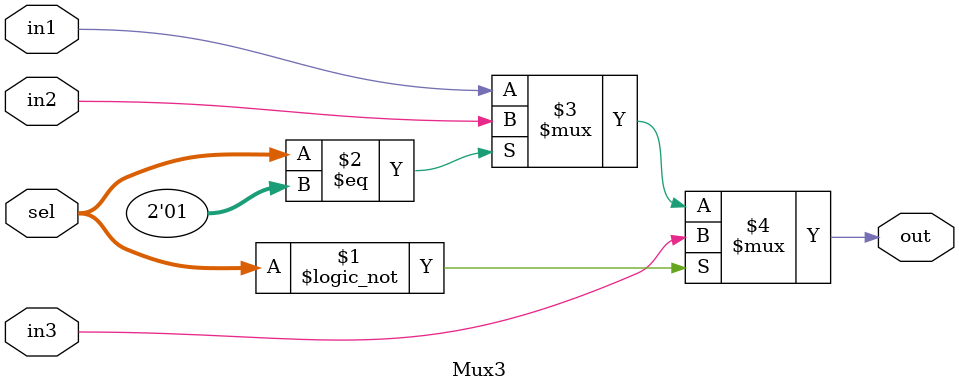
<source format=sv>
/**@file
 * @brief     Multiplexer 
 * @author    Igor Lesik
 * @copyright Igor Lesik 2014
 *
 */

module Mux3 #(
    parameter WIDTH = 1
)(
    input  wire [WIDTH-1:0]  in1,
    input  wire [WIDTH-1:0]  in2,
    input  wire [WIDTH-1:0]  in3,
    input  wire [1:0]        sel,
    output wire [WIDTH-1:0]  out
);

assign out = (sel == 0) ? in3 :
             (sel == 1) ? in2 : in1;

endmodule

</source>
